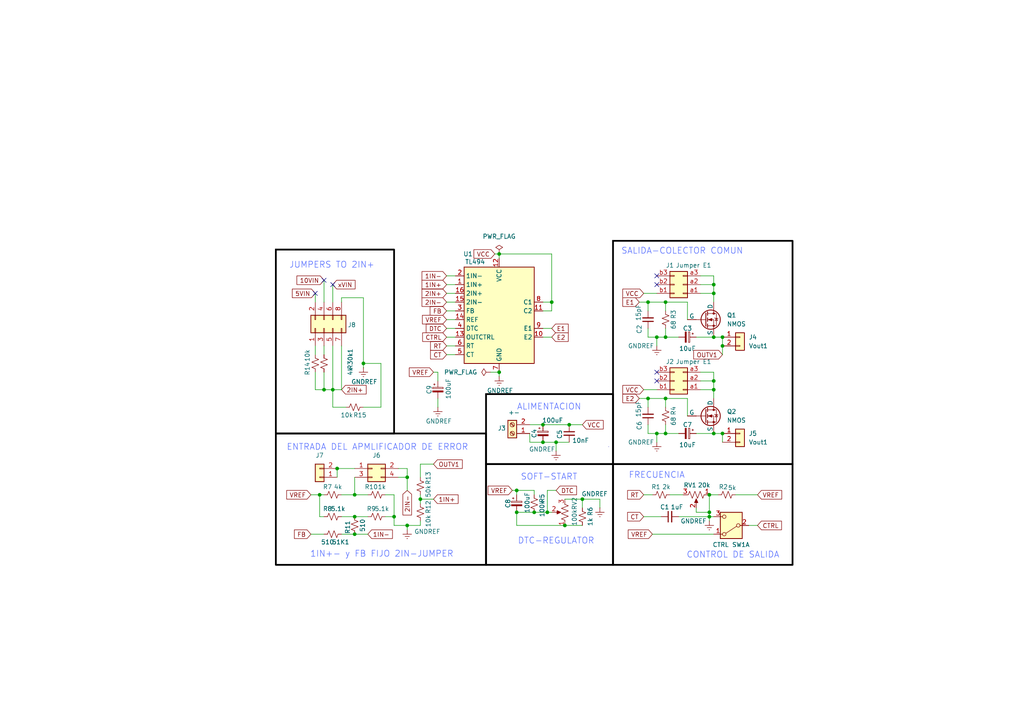
<source format=kicad_sch>
(kicad_sch (version 20231120) (generator "eeschema") (generator_version "8.0")
  (paper "A4")
  (lib_symbols
    (symbol "Connector:Screw_Terminal_01x02" (pin_names (offset 1.016) hide)
      (property "Reference" "J" (at 0 2.54 0))
      (property "Value" "Screw_Terminal_01x02" (at 0 -5.08 0))
      (symbol "Screw_Terminal_01x02_1_1"
        (rectangle (start -1.27 1.27) (end 1.27 -3.81) (stroke (width 0.254)) (fill (type background)))
        (circle (center 0 -2.54) (radius 0.635) (stroke (width 0.1524)))
        (polyline (pts (xy -0.5334 -2.2098) (xy 0.3302 -3.048)) (stroke (width 0.1524)))
        (polyline (pts (xy -0.5334 0.3302) (xy 0.3302 -0.508)) (stroke (width 0.1524)))
        (polyline (pts (xy -0.3556 -2.032) (xy 0.508 -2.8702)) (stroke (width 0.1524)))
        (polyline (pts (xy -0.3556 0.508) (xy 0.508 -0.3302)) (stroke (width 0.1524)))
        (circle (center 0 0) (radius 0.635) (stroke (width 0.1524)))
        (pin passive line (at -5.08 0 0) (length 3.81) (name "Pin_1") (number "1"))
        (pin passive line (at -5.08 -2.54 0) (length 3.81) (name "Pin_2") (number "2"))
      )
    )
    (symbol "Connector_Generic:Conn_01x02" (pin_names (offset 1.016) hide)
      (property "Reference" "J" (at 0 2.54 0))
      (property "Value" "Conn_01x02" (at 0 -5.08 0))
      (symbol "Conn_01x02_1_1"
        (rectangle (start -1.27 -2.413) (end 0 -2.667) (stroke (width 0.1524)))
        (rectangle (start -1.27 0.127) (end 0 -0.127) (stroke (width 0.1524)))
        (rectangle (start -1.27 1.27) (end 1.27 -3.81) (stroke (width 0.254)) (fill (type background)))
        (pin passive line (at -5.08 0 0) (length 3.81) (name "Pin_1") (number "1"))
        (pin passive line (at -5.08 -2.54 0) (length 3.81) (name "Pin_2") (number "2"))
      )
    )
    (symbol "Connector_Generic:Conn_02x02_Odd_Even" (pin_names (offset 1.016) hide)
      (property "Reference" "J" (at 1.27 2.54 0))
      (property "Value" "Conn_02x02_Odd_Even" (at 1.27 -5.08 0))
      (symbol "Conn_02x02_Odd_Even_1_1"
        (rectangle (start -1.27 -2.413) (end 0 -2.667) (stroke (width 0.1524)))
        (rectangle (start -1.27 0.127) (end 0 -0.127) (stroke (width 0.1524)))
        (rectangle (start -1.27 1.27) (end 3.81 -3.81) (stroke (width 0.254)) (fill (type background)))
        (rectangle (start 3.81 -2.413) (end 2.54 -2.667) (stroke (width 0.1524)))
        (rectangle (start 3.81 0.127) (end 2.54 -0.127) (stroke (width 0.1524)))
        (pin passive line (at -5.08 0 0) (length 3.81) (name "Pin_1") (number "1"))
        (pin passive line (at 7.62 0 180) (length 3.81) (name "Pin_2") (number "2"))
        (pin passive line (at -5.08 -2.54 0) (length 3.81) (name "Pin_3") (number "3"))
        (pin passive line (at 7.62 -2.54 180) (length 3.81) (name "Pin_4") (number "4"))
      )
    )
    (symbol "Connector_Generic:Conn_02x03_Row_Letter_First" (pin_names (offset 1.016) hide)
      (property "Reference" "J" (at 1.27 5.08 0))
      (property "Value" "Conn_02x03_Row_Letter_First" (at 1.27 -5.08 0))
      (symbol "Conn_02x03_Row_Letter_First_1_1"
        (rectangle (start -1.27 -2.413) (end 0 -2.667) (stroke (width 0.1524)))
        (rectangle (start -1.27 0.127) (end 0 -0.127) (stroke (width 0.1524)))
        (rectangle (start -1.27 2.667) (end 0 2.413) (stroke (width 0.1524)))
        (rectangle (start -1.27 3.81) (end 3.81 -3.81) (stroke (width 0.254)) (fill (type background)))
        (rectangle (start 3.81 -2.413) (end 2.54 -2.667) (stroke (width 0.1524)))
        (rectangle (start 3.81 0.127) (end 2.54 -0.127) (stroke (width 0.1524)))
        (rectangle (start 3.81 2.667) (end 2.54 2.413) (stroke (width 0.1524)))
        (pin passive line (at -5.08 2.54 0) (length 3.81) (name "Pin_a1") (number "a1"))
        (pin passive line (at -5.08 0 0) (length 3.81) (name "Pin_a2") (number "a2"))
        (pin passive line (at -5.08 -2.54 0) (length 3.81) (name "Pin_a3") (number "a3"))
        (pin passive line (at 7.62 2.54 180) (length 3.81) (name "Pin_b1") (number "b1"))
        (pin passive line (at 7.62 0 180) (length 3.81) (name "Pin_b2") (number "b2"))
        (pin passive line (at 7.62 -2.54 180) (length 3.81) (name "Pin_b3") (number "b3"))
      )
    )
    (symbol "Connector_Generic:Conn_02x04_Odd_Even" (pin_names (offset 1.016) hide)
      (property "Reference" "J" (at 1.27 5.08 0))
      (property "Value" "Conn_02x04_Odd_Even" (at 1.27 -7.62 0))
      (symbol "Conn_02x04_Odd_Even_1_1"
        (rectangle (start -1.27 -4.953) (end 0 -5.207) (stroke (width 0.1524)))
        (rectangle (start -1.27 -2.413) (end 0 -2.667) (stroke (width 0.1524)))
        (rectangle (start -1.27 0.127) (end 0 -0.127) (stroke (width 0.1524)))
        (rectangle (start -1.27 2.667) (end 0 2.413) (stroke (width 0.1524)))
        (rectangle (start -1.27 3.81) (end 3.81 -6.35) (stroke (width 0.254)) (fill (type background)))
        (rectangle (start 3.81 -4.953) (end 2.54 -5.207) (stroke (width 0.1524)))
        (rectangle (start 3.81 -2.413) (end 2.54 -2.667) (stroke (width 0.1524)))
        (rectangle (start 3.81 0.127) (end 2.54 -0.127) (stroke (width 0.1524)))
        (rectangle (start 3.81 2.667) (end 2.54 2.413) (stroke (width 0.1524)))
        (pin passive line (at -5.08 2.54 0) (length 3.81) (name "Pin_1") (number "1"))
        (pin passive line (at 7.62 2.54 180) (length 3.81) (name "Pin_2") (number "2"))
        (pin passive line (at -5.08 0 0) (length 3.81) (name "Pin_3") (number "3"))
        (pin passive line (at 7.62 0 180) (length 3.81) (name "Pin_4") (number "4"))
        (pin passive line (at -5.08 -2.54 0) (length 3.81) (name "Pin_5") (number "5"))
        (pin passive line (at 7.62 -2.54 180) (length 3.81) (name "Pin_6") (number "6"))
        (pin passive line (at -5.08 -5.08 0) (length 3.81) (name "Pin_7") (number "7"))
        (pin passive line (at 7.62 -5.08 180) (length 3.81) (name "Pin_8") (number "8"))
      )
    )
    (symbol "Device:C_Polarized_Small" (pin_numbers hide) (pin_names (offset 0.254) hide)
      (property "Reference" "C" (at 0.254 1.778 0))
      (property "Value" "C_Polarized_Small" (at 0.254 -2.032 0))
      (symbol "C_Polarized_Small_0_1"
        (rectangle (start -1.524 -0.3048) (end 1.524 -0.6858) (fill (type outline)))
        (rectangle (start -1.524 0.6858) (end 1.524 0.3048))
        (polyline (pts (xy -1.27 1.524) (xy -0.762 1.524)))
        (polyline (pts (xy -1.016 1.27) (xy -1.016 1.778)))
      )
      (symbol "C_Polarized_Small_1_1"
        (pin passive line (at 0 2.54 270) (length 1.8542) (name "~") (number "1"))
        (pin passive line (at 0 -2.54 90) (length 1.8542) (name "~") (number "2"))
      )
    )
    (symbol "Device:C_Small" (pin_numbers hide) (pin_names (offset 0.254) hide)
      (property "Reference" "C" (at 0.254 1.778 0))
      (property "Value" "C_Small" (at 0.254 -2.032 0))
      (symbol "C_Small_0_1"
        (polyline (pts (xy -1.524 -0.508) (xy 1.524 -0.508)) (stroke (width 0.3302)))
        (polyline (pts (xy -1.524 0.508) (xy 1.524 0.508)) (stroke (width 0.3048)))
      )
      (symbol "C_Small_1_1"
        (pin passive line (at 0 2.54 270) (length 2.032) (name "~") (number "1"))
        (pin passive line (at 0 -2.54 90) (length 2.032) (name "~") (number "2"))
      )
    )
    (symbol "Device:R_Potentiometer_US" (pin_names (offset 1.016) hide)
      (property "Reference" "RV" (at -4.445 0 90))
      (property "Value" "R_Potentiometer_US" (at -2.54 0 90))
      (symbol "R_Potentiometer_US_0_1"
        (polyline (pts (xy 0 -2.286) (xy 0 -2.54)))
        (polyline (pts (xy 0 2.54) (xy 0 2.286)))
        (polyline (pts (xy 2.54 0) (xy 1.524 0)))
        (polyline (pts (xy 1.143 0) (xy 2.286 0.508) (xy 2.286 -0.508) (xy 1.143 0)) (fill (type outline)))
        (polyline (pts (xy 0 -0.762) (xy 1.016 -1.143) (xy 0 -1.524) (xy -1.016 -1.905) (xy 0 -2.286)))
        (polyline (pts (xy 0 0.762) (xy 1.016 0.381) (xy 0 0) (xy -1.016 -0.381) (xy 0 -0.762)))
        (polyline (pts (xy 0 2.286) (xy 1.016 1.905) (xy 0 1.524) (xy -1.016 1.143) (xy 0 0.762)))
      )
      (symbol "R_Potentiometer_US_1_1"
        (pin passive line (at 0 3.81 270) (length 1.27) (name "1") (number "1"))
        (pin passive line (at 3.81 0 180) (length 1.27) (name "2") (number "2"))
        (pin passive line (at 0 -3.81 90) (length 1.27) (name "3") (number "3"))
      )
    )
    (symbol "Device:R_Small_US" (pin_numbers hide) (pin_names (offset 0.254) hide)
      (property "Reference" "R" (at 0.762 0.508 0))
      (property "Value" "R_Small_US" (at 0.762 -1.016 0))
      (symbol "R_Small_US_1_1"
        (polyline (pts (xy 0 0) (xy 1.016 -0.381) (xy 0 -0.762) (xy -1.016 -1.143) (xy 0 -1.524)))
        (polyline (pts (xy 0 1.524) (xy 1.016 1.143) (xy 0 0.762) (xy -1.016 0.381) (xy 0 0)))
        (pin passive line (at 0 2.54 270) (length 1.016) (name "~") (number "1"))
        (pin passive line (at 0 -2.54 90) (length 1.016) (name "~") (number "2"))
      )
    )
    (symbol "Regulator_Controller:TL494"
      (property "Reference" "U" (at 3.81 19.05 0))
      (property "Value" "TL494" (at 3.81 16.51 0))
      (symbol "TL494_0_1"
        (rectangle (start -10.16 -12.7) (end 10.16 15.24) (stroke (width 0.254)) (fill (type background)))
      )
      (symbol "TL494_1_1"
        (pin input line (at -12.7 10.16 0) (length 2.54) (name "1IN+") (number "1"))
        (pin passive line (at 12.7 -5.08 180) (length 2.54) (name "E2") (number "10"))
        (pin passive line (at 12.7 2.54 180) (length 2.54) (name "C2") (number "11"))
        (pin power_in line (at 0 17.78 270) (length 2.54) (name "VCC") (number "12"))
        (pin input line (at -12.7 -5.08 0) (length 2.54) (name "OUTCTRL") (number "13"))
        (pin power_out line (at -12.7 0 0) (length 2.54) (name "REF") (number "14"))
        (pin input line (at -12.7 5.08 0) (length 2.54) (name "2IN-") (number "15"))
        (pin input line (at -12.7 7.62 0) (length 2.54) (name "2IN+") (number "16"))
        (pin input line (at -12.7 12.7 0) (length 2.54) (name "1IN-") (number "2"))
        (pin output line (at -12.7 2.54 0) (length 2.54) (name "FB") (number "3"))
        (pin input line (at -12.7 -2.54 0) (length 2.54) (name "DTC") (number "4"))
        (pin passive line (at -12.7 -10.16 0) (length 2.54) (name "CT") (number "5"))
        (pin passive line (at -12.7 -7.62 0) (length 2.54) (name "RT") (number "6"))
        (pin power_in line (at 0 -15.24 90) (length 2.54) (name "GND") (number "7"))
        (pin passive line (at 12.7 5.08 180) (length 2.54) (name "C1") (number "8"))
        (pin passive line (at 12.7 -2.54 180) (length 2.54) (name "E1") (number "9"))
      )
    )
    (symbol "Simulation_SPICE:NMOS" (pin_numbers hide) (pin_names (offset 0))
      (property "Reference" "Q" (at 5.08 1.27 0))
      (property "Value" "NMOS" (at 5.08 -1.27 0))
      (symbol "NMOS_0_1"
        (polyline (pts (xy 0.254 0) (xy -2.54 0)))
        (polyline (pts (xy 0.254 1.905) (xy 0.254 -1.905)) (stroke (width 0.254)))
        (polyline (pts (xy 0.762 -1.27) (xy 0.762 -2.286)) (stroke (width 0.254)))
        (polyline (pts (xy 0.762 0.508) (xy 0.762 -0.508)) (stroke (width 0.254)))
        (polyline (pts (xy 0.762 2.286) (xy 0.762 1.27)) (stroke (width 0.254)))
        (polyline (pts (xy 2.54 2.54) (xy 2.54 1.778)))
        (polyline (pts (xy 2.54 -2.54) (xy 2.54 0) (xy 0.762 0)))
        (polyline (pts (xy 0.762 -1.778) (xy 3.302 -1.778) (xy 3.302 1.778) (xy 0.762 1.778)))
        (polyline (pts (xy 1.016 0) (xy 2.032 0.381) (xy 2.032 -0.381) (xy 1.016 0)) (fill (type outline)))
        (polyline (pts (xy 2.794 0.508) (xy 2.921 0.381) (xy 3.683 0.381) (xy 3.81 0.254)))
        (polyline (pts (xy 3.302 0.381) (xy 2.921 -0.254) (xy 3.683 -0.254) (xy 3.302 0.381)))
        (circle (center 1.651 0) (radius 2.794) (stroke (width 0.254)))
        (circle (center 2.54 -1.778) (radius 0.254) (fill (type outline)))
        (circle (center 2.54 1.778) (radius 0.254) (fill (type outline)))
      )
      (symbol "NMOS_1_1"
        (pin passive line (at 2.54 5.08 270) (length 2.54) (name "D") (number "1"))
        (pin input line (at -5.08 0 0) (length 2.54) (name "G") (number "2"))
        (pin passive line (at 2.54 -5.08 90) (length 2.54) (name "S") (number "3"))
      )
    )
    (symbol "Switch:SW_DPDT_x2" (pin_names (offset 0) hide)
      (property "Reference" "SW" (at 0 5.08 0))
      (property "Value" "SW_DPDT_x2" (at 0 -5.08 0))
      (symbol "SW_DPDT_x2_0_0"
        (circle (center -2.032 0) (radius 0.508))
        (circle (center 2.032 -2.54) (radius 0.508))
      )
      (symbol "SW_DPDT_x2_0_1"
        (rectangle (start -3.175 3.81) (end 3.175 -3.81) (stroke (width 0.254)) (fill (type background)))
        (polyline (pts (xy -1.524 0.254) (xy 1.5748 2.286)))
        (circle (center 2.032 2.54) (radius 0.508))
      )
      (symbol "SW_DPDT_x2_1_1"
        (pin passive line (at 5.08 2.54 180) (length 2.54) (name "A") (number "1"))
        (pin passive line (at -5.08 0 0) (length 2.54) (name "B") (number "2"))
        (pin passive line (at 5.08 -2.54 180) (length 2.54) (name "C") (number "3"))
      )
      (symbol "SW_DPDT_x2_2_1"
        (pin passive line (at 5.08 2.54 180) (length 2.54) (name "A") (number "4"))
        (pin passive line (at -5.08 0 0) (length 2.54) (name "B") (number "5"))
        (pin passive line (at 5.08 -2.54 180) (length 2.54) (name "C") (number "6"))
      )
    )
    (symbol "power:GNDREF" (power) (pin_numbers hide) (pin_names (offset 0) hide)
      (property "Value" "GNDREF" (at 0 -3.81 0))
      (symbol "GNDREF_0_1"
        (polyline (pts (xy -0.635 -1.905) (xy 0.635 -1.905)))
        (polyline (pts (xy -0.127 -2.54) (xy 0.127 -2.54)))
        (polyline (pts (xy 0 -1.27) (xy 0 0)))
        (polyline (pts (xy 1.27 -1.27) (xy -1.27 -1.27)))
      )
      (symbol "GNDREF_1_1"
        (pin power_in line (at 0 0 270) (length 0) (name "~") (number "1"))
      )
    )
    (symbol "power:PWR_FLAG" (power) (pin_numbers hide) (pin_names (offset 0) hide)
      (property "Value" "PWR_FLAG" (at 0 3.81 0))
      (symbol "PWR_FLAG_0_0"
        (pin power_out line (at 0 0 90) (length 0) (name "~") (number "1"))
      )
      (symbol "PWR_FLAG_0_1"
        (polyline (pts (xy 0 0) (xy 0 1.27) (xy -1.016 1.905) (xy 0 2.54) (xy 1.016 1.905) (xy 0 1.27)))
      )
    )
  )
  (junction (at 190.5 97.79))
  (junction (at 207.01 82.55))
  (junction (at 121.92 144.78))
  (junction (at 207.01 85.09))
  (junction (at 187.96 115.57))
  (junction (at 93.98 113.03))
  (junction (at 163.83 152.4))
  (junction (at 92.71 143.51))
  (junction (at 193.04 87.63))
  (junction (at 205.74 149.86))
  (junction (at 205.74 143.51))
  (junction (at 97.79 135.89))
  (junction (at 161.29 128.27))
  (junction (at 190.5 125.73))
  (junction (at 114.3 149.86))
  (junction (at 207.01 110.49))
  (junction (at 158.75 148.59))
  (junction (at 102.87 143.51))
  (junction (at 102.87 149.86))
  (junction (at 160.02 87.63))
  (junction (at 96.52 113.03))
  (junction (at 207.01 125.73))
  (junction (at 102.87 154.94))
  (junction (at 209.55 97.79))
  (junction (at 187.96 87.63))
  (junction (at 165.1 123.19))
  (junction (at 118.11 152.4))
  (junction (at 149.86 148.59))
  (junction (at 157.48 128.27))
  (junction (at 193.04 125.73))
  (junction (at 144.78 107.95))
  (junction (at 193.04 97.79))
  (junction (at 105.41 105.41))
  (junction (at 207.01 97.79))
  (junction (at 157.48 123.19))
  (junction (at 193.04 115.57))
  (junction (at 168.91 144.78))
  (junction (at 205.74 148.59))
  (junction (at 154.94 148.59))
  (junction (at 207.01 113.03))
  (junction (at 209.55 100.33))
  (junction (at 118.11 138.43))
  (junction (at 144.78 73.66))
  (junction (at 209.55 125.73))
  (junction (at 149.86 142.24))
  (no_connect (at 91.44 85.09))
  (no_connect (at 190.5 80.01))
  (no_connect (at 93.98 81.28))
  (no_connect (at 190.5 82.55))
  (no_connect (at 190.5 107.95))
  (no_connect (at 190.5 110.49))
  (no_connect (at 96.52 82.55))
  (wire (pts (xy 149.86 148.59) (xy 154.94 148.59)))
  (wire (pts (xy 205.74 149.86) (xy 207.01 149.86)))
  (wire (pts (xy 196.85 149.86) (xy 205.74 149.86)))
  (wire (pts (xy 99.06 154.94) (xy 102.87 154.94)))
  (wire (pts (xy 160.02 73.66) (xy 160.02 87.63)))
  (wire (pts (xy 207.01 80.01) (xy 207.01 82.55)))
  (wire (pts (xy 121.92 134.62) (xy 125.73 134.62)))
  (wire (pts (xy 96.52 82.55) (xy 96.52 87.63)))
  (wire (pts (xy 127 107.95) (xy 127 110.49)))
  (wire (pts (xy 91.44 100.33) (xy 91.44 102.87)))
  (wire (pts (xy 129.54 95.25) (xy 132.08 95.25)))
  (wire (pts (xy 193.04 125.73) (xy 196.85 125.73)))
  (wire (pts (xy 187.96 125.73) (xy 190.5 125.73)))
  (wire (pts (xy 92.71 143.51) (xy 93.98 143.51)))
  (wire (pts (xy 205.74 149.86) (xy 205.74 151.13)))
  (wire (pts (xy 144.78 73.66) (xy 144.78 74.93)))
  (wire (pts (xy 168.91 144.78) (xy 168.91 147.32)))
  (wire (pts (xy 199.39 92.71) (xy 199.39 87.63)))
  (wire (pts (xy 93.98 81.28) (xy 93.98 87.63)))
  (wire (pts (xy 114.3 143.51) (xy 114.3 149.86)))
  (wire (pts (xy 207.01 107.95) (xy 203.2 107.95)))
  (wire (pts (xy 205.74 143.51) (xy 208.28 143.51)))
  (wire (pts (xy 93.98 113.03) (xy 96.52 113.03)))
  (wire (pts (xy 187.96 90.17) (xy 187.96 87.63)))
  (wire (pts (xy 91.44 85.09) (xy 91.44 87.63)))
  (wire (pts (xy 173.99 144.78) (xy 168.91 144.78)))
  (wire (pts (xy 111.76 143.51) (xy 114.3 143.51)))
  (wire (pts (xy 115.57 138.43) (xy 118.11 138.43)))
  (wire (pts (xy 213.36 143.51) (xy 219.71 143.51)))
  (wire (pts (xy 148.59 142.24) (xy 149.86 142.24)))
  (wire (pts (xy 190.5 125.73) (xy 190.5 128.27)))
  (wire (pts (xy 157.48 87.63) (xy 160.02 87.63)))
  (wire (pts (xy 93.98 149.86) (xy 92.71 149.86)))
  (wire (pts (xy 157.48 90.17) (xy 160.02 90.17)))
  (wire (pts (xy 129.54 92.71) (xy 132.08 92.71)))
  (wire (pts (xy 193.04 123.19) (xy 193.04 125.73)))
  (wire (pts (xy 205.74 149.86) (xy 205.74 148.59)))
  (wire (pts (xy 187.96 95.25) (xy 187.96 97.79)))
  (wire (pts (xy 186.69 113.03) (xy 190.5 113.03)))
  (wire (pts (xy 118.11 138.43) (xy 118.11 142.24)))
  (wire (pts (xy 154.94 148.59) (xy 158.75 148.59)))
  (wire (pts (xy 118.11 135.89) (xy 118.11 138.43)))
  (wire (pts (xy 193.04 95.25) (xy 193.04 97.79)))
  (wire (pts (xy 203.2 85.09) (xy 207.01 85.09)))
  (wire (pts (xy 127 115.57) (xy 127 118.11)))
  (wire (pts (xy 157.48 97.79) (xy 160.02 97.79)))
  (wire (pts (xy 207.01 82.55) (xy 207.01 85.09)))
  (wire (pts (xy 153.67 128.27) (xy 157.48 128.27)))
  (wire (pts (xy 203.2 82.55) (xy 207.01 82.55)))
  (wire (pts (xy 207.01 125.73) (xy 209.55 125.73)))
  (wire (pts (xy 102.87 154.94) (xy 106.68 154.94)))
  (wire (pts (xy 99.06 87.63) (xy 99.06 86.36)))
  (wire (pts (xy 193.04 97.79) (xy 196.85 97.79)))
  (wire (pts (xy 209.55 100.33) (xy 209.55 102.87)))
  (wire (pts (xy 163.83 152.4) (xy 168.91 152.4)))
  (wire (pts (xy 96.52 118.11) (xy 96.52 113.03)))
  (wire (pts (xy 96.52 113.03) (xy 99.06 113.03)))
  (wire (pts (xy 92.71 149.86) (xy 92.71 143.51)))
  (wire (pts (xy 93.98 154.94) (xy 90.17 154.94)))
  (wire (pts (xy 97.79 135.89) (xy 102.87 135.89)))
  (wire (pts (xy 207.01 107.95) (xy 207.01 110.49)))
  (wire (pts (xy 187.96 87.63) (xy 193.04 87.63)))
  (wire (pts (xy 201.93 147.32) (xy 201.93 148.59)))
  (wire (pts (xy 209.55 125.73) (xy 209.55 128.27)))
  (wire (pts (xy 115.57 135.89) (xy 118.11 135.89)))
  (wire (pts (xy 114.3 152.4) (xy 118.11 152.4)))
  (wire (pts (xy 114.3 149.86) (xy 114.3 152.4)))
  (wire (pts (xy 186.69 143.51) (xy 189.23 143.51)))
  (wire (pts (xy 205.74 148.59) (xy 205.74 143.51)))
  (wire (pts (xy 105.41 105.41) (xy 105.41 106.68)))
  (wire (pts (xy 201.93 148.59) (xy 205.74 148.59)))
  (wire (pts (xy 91.44 113.03) (xy 93.98 113.03)))
  (wire (pts (xy 110.49 118.11) (xy 110.49 105.41)))
  (wire (pts (xy 102.87 149.86) (xy 106.68 149.86)))
  (wire (pts (xy 129.54 85.09) (xy 132.08 85.09)))
  (wire (pts (xy 99.06 143.51) (xy 102.87 143.51)))
  (wire (pts (xy 149.86 142.24) (xy 154.94 142.24)))
  (wire (pts (xy 93.98 100.33) (xy 93.98 102.87)))
  (wire (pts (xy 193.04 87.63) (xy 193.04 90.17)))
  (wire (pts (xy 143.51 73.66) (xy 144.78 73.66)))
  (wire (pts (xy 203.2 110.49) (xy 207.01 110.49)))
  (wire (pts (xy 160.02 87.63) (xy 160.02 90.17)))
  (wire (pts (xy 207.01 97.79) (xy 209.55 97.79)))
  (wire (pts (xy 187.96 97.79) (xy 190.5 97.79)))
  (wire (pts (xy 207.01 110.49) (xy 207.01 113.03)))
  (wire (pts (xy 129.54 82.55) (xy 132.08 82.55)))
  (wire (pts (xy 129.54 102.87) (xy 132.08 102.87)))
  (wire (pts (xy 91.44 107.95) (xy 91.44 113.03)))
  (wire (pts (xy 207.01 113.03) (xy 207.01 115.57)))
  (wire (pts (xy 201.93 97.79) (xy 207.01 97.79)))
  (wire (pts (xy 190.5 97.79) (xy 190.5 100.33)))
  (wire (pts (xy 129.54 100.33) (xy 132.08 100.33)))
  (wire (pts (xy 90.17 143.51) (xy 92.71 143.51)))
  (wire (pts (xy 129.54 87.63) (xy 132.08 87.63)))
  (wire (pts (xy 105.41 118.11) (xy 110.49 118.11)))
  (wire (pts (xy 153.67 123.19) (xy 157.48 123.19)))
  (wire (pts (xy 193.04 115.57) (xy 193.04 118.11)))
  (wire (pts (xy 186.69 85.09) (xy 190.5 85.09)))
  (wire (pts (xy 187.96 118.11) (xy 187.96 115.57)))
  (wire (pts (xy 187.96 115.57) (xy 193.04 115.57)))
  (wire (pts (xy 217.17 152.4) (xy 219.71 152.4)))
  (wire (pts (xy 129.54 90.17) (xy 132.08 90.17)))
  (wire (pts (xy 121.92 151.13) (xy 121.92 152.4)))
  (wire (pts (xy 111.76 149.86) (xy 114.3 149.86)))
  (wire (pts (xy 110.49 105.41) (xy 105.41 105.41)))
  (wire (pts (xy 161.29 142.24) (xy 158.75 142.24)))
  (wire (pts (xy 102.87 138.43) (xy 102.87 143.51)))
  (wire (pts (xy 190.5 97.79) (xy 193.04 97.79)))
  (wire (pts (xy 121.92 152.4) (xy 118.11 152.4)))
  (wire (pts (xy 185.42 87.63) (xy 187.96 87.63)))
  (wire (pts (xy 199.39 120.65) (xy 199.39 115.57)))
  (wire (pts (xy 100.33 118.11) (xy 96.52 118.11)))
  (wire (pts (xy 163.83 144.78) (xy 168.91 144.78)))
  (wire (pts (xy 189.23 154.94) (xy 207.01 154.94)))
  (wire (pts (xy 144.78 73.66) (xy 160.02 73.66)))
  (wire (pts (xy 157.48 128.27) (xy 161.29 128.27)))
  (wire (pts (xy 99.06 86.36) (xy 105.41 86.36)))
  (wire (pts (xy 207.01 80.01) (xy 203.2 80.01)))
  (wire (pts (xy 161.29 128.27) (xy 161.29 130.81)))
  (wire (pts (xy 161.29 128.27) (xy 165.1 128.27)))
  (wire (pts (xy 209.55 97.79) (xy 209.55 100.33)))
  (wire (pts (xy 187.96 123.19) (xy 187.96 125.73)))
  (wire (pts (xy 97.79 135.89) (xy 97.79 138.43)))
  (wire (pts (xy 194.31 143.51) (xy 198.12 143.51)))
  (wire (pts (xy 144.78 109.22) (xy 144.78 107.95)))
  (wire (pts (xy 158.75 142.24) (xy 158.75 148.59)))
  (wire (pts (xy 165.1 123.19) (xy 168.91 123.19)))
  (wire (pts (xy 153.67 125.73) (xy 153.67 128.27)))
  (wire (pts (xy 157.48 123.19) (xy 165.1 123.19)))
  (wire (pts (xy 118.11 152.4) (xy 118.11 153.67)))
  (wire (pts (xy 201.93 125.73) (xy 207.01 125.73)))
  (wire (pts (xy 129.54 97.79) (xy 132.08 97.79)))
  (wire (pts (xy 99.06 100.33) (xy 99.06 113.03)))
  (wire (pts (xy 199.39 115.57) (xy 193.04 115.57)))
  (wire (pts (xy 125.73 107.95) (xy 127 107.95)))
  (wire (pts (xy 173.99 147.32) (xy 173.99 144.78)))
  (wire (pts (xy 157.48 95.25) (xy 160.02 95.25)))
  (wire (pts (xy 203.2 113.03) (xy 207.01 113.03)))
  (wire (pts (xy 163.83 152.4) (xy 149.86 152.4)))
  (wire (pts (xy 102.87 143.51) (xy 106.68 143.51)))
  (wire (pts (xy 121.92 144.78) (xy 125.73 144.78)))
  (wire (pts (xy 96.52 100.33) (xy 96.52 113.03)))
  (wire (pts (xy 186.69 149.86) (xy 191.77 149.86)))
  (wire (pts (xy 99.06 149.86) (xy 102.87 149.86)))
  (wire (pts (xy 129.54 80.01) (xy 132.08 80.01)))
  (wire (pts (xy 190.5 125.73) (xy 193.04 125.73)))
  (wire (pts (xy 142.24 107.95) (xy 144.78 107.95)))
  (wire (pts (xy 185.42 115.57) (xy 187.96 115.57)))
  (wire (pts (xy 93.98 107.95) (xy 93.98 113.03)))
  (wire (pts (xy 158.75 148.59) (xy 160.02 148.59)))
  (wire (pts (xy 154.94 142.24) (xy 154.94 143.51)))
  (wire (pts (xy 121.92 144.78) (xy 121.92 146.05)))
  (wire (pts (xy 149.86 152.4) (xy 149.86 148.59)))
  (wire (pts (xy 121.92 138.43) (xy 121.92 134.62)))
  (wire (pts (xy 149.86 142.24) (xy 149.86 143.51)))
  (wire (pts (xy 121.92 143.51) (xy 121.92 144.78)))
  (wire (pts (xy 199.39 87.63) (xy 193.04 87.63)))
  (wire (pts (xy 105.41 86.36) (xy 105.41 105.41)))
  (wire (pts (xy 207.01 85.09) (xy 207.01 87.63)))
  (rectangle (start 177.8 69.85) (end 229.87 134.62) (stroke (width 0.508) (color 0 0 0 1)))
  (rectangle (start 140.97 114.3) (end 177.8 134.62) (stroke (width 0.508) (color 0 0 0 1)))
  (rectangle (start 80.01 125.73) (end 140.97 163.83) (stroke (width 0.508) (color 0 0 0 1)))
  (rectangle (start 140.97 134.62) (end 177.8 163.83) (stroke (width 0.508) (color 0 0 0 1)))
  (rectangle (start 176.53 129.54) (end 176.53 129.54))
  (rectangle (start 80.01 72.39) (end 114.3 125.73) (stroke (width 0.508) (color 0 0 0 1)))
  (rectangle (start 177.8 134.62) (end 229.87 163.83) (stroke (width 0.508) (color 0 0 0 1)))
  (text "ENTRADA DEL APMLIFICADOR DE ERROR\n" (at 109.474 129.794 0) (effects (font (size 1.778 1.778))))
  (text "1IN+- y FB FIJO 2IN-JUMPER" (at 110.744 160.782 0) (effects (font (size 1.778 1.778))))
  (text "JUMPERS TO 2IN+\n" (at 96.266 76.962 0) (effects (font (size 1.778 1.778))))
  (text "SOFT-START\n" (at 159.258 138.43 0) (effects (font (size 1.778 1.778))))
  (text "DTC-REGULATOR\n" (at 161.29 156.972 0) (effects (font (size 1.778 1.778))))
  (text "CONTROL DE SALIDA\n" (at 212.598 161.036 0) (effects (font (size 1.778 1.778))))
  (text "SALIDA-COLECTOR COMUN\n" (at 197.866 72.898 0) (effects (font (size 1.778 1.778))))
  (text "FRECUENCIA" (at 190.5 137.922 0) (effects (font (size 1.778 1.778))))
  (text "ALIMENTACION\n" (at 159.258 118.11 0) (effects (font (size 1.778 1.778))))
  (global_label "VREF" (shape input) (at 148.59 142.24 180) (property "Intersheetrefs" "${INTERSHEET_REFS}" (effects (hide yes))))
  (global_label "E1" (shape input) (at 160.02 95.25 0) (property "Intersheetrefs" "${INTERSHEET_REFS}" (effects (hide yes))))
  (global_label "xVIN" (shape input) (at 96.52 82.55 0) (property "Intersheetrefs" "${INTERSHEET_REFS}" (effects (hide yes))))
  (global_label "VREF" (shape input) (at 219.71 143.51 0) (property "Intersheetrefs" "${INTERSHEET_REFS}" (effects (hide yes))))
  (global_label "1IN-" (shape input) (at 106.68 154.94 0) (property "Intersheetrefs" "${INTERSHEET_REFS}" (effects (hide yes))))
  (global_label "E2" (shape input) (at 185.42 115.57 180) (property "Intersheetrefs" "${INTERSHEET_REFS}" (effects (hide yes))))
  (global_label "VCC" (shape input) (at 143.51 73.66 180) (property "Intersheetrefs" "${INTERSHEET_REFS}" (effects (hide yes))))
  (global_label "VCC" (shape input) (at 186.69 85.09 180) (property "Intersheetrefs" "${INTERSHEET_REFS}" (effects (hide yes))))
  (global_label "OUTV1" (shape input) (at 209.55 102.87 180) (property "Intersheetrefs" "${INTERSHEET_REFS}" (effects (hide yes))))
  (global_label "VREF" (shape input) (at 90.17 143.51 180) (property "Intersheetrefs" "${INTERSHEET_REFS}" (effects (hide yes))))
  (global_label "10VIN" (shape input) (at 93.98 81.28 180) (property "Intersheetrefs" "${INTERSHEET_REFS}" (effects (hide yes))))
  (global_label "VREF" (shape input) (at 125.73 107.95 180) (property "Intersheetrefs" "${INTERSHEET_REFS}" (effects (hide yes))))
  (global_label "E2" (shape input) (at 160.02 97.79 0) (property "Intersheetrefs" "${INTERSHEET_REFS}" (effects (hide yes))))
  (global_label "FB" (shape input) (at 90.17 154.94 180) (property "Intersheetrefs" "${INTERSHEET_REFS}" (effects (hide yes))))
  (global_label "1IN+" (shape input) (at 129.54 82.55 180) (property "Intersheetrefs" "${INTERSHEET_REFS}" (effects (hide yes))))
  (global_label "FB" (shape input) (at 129.54 90.17 180) (property "Intersheetrefs" "${INTERSHEET_REFS}" (effects (hide yes))))
  (global_label "CT" (shape input) (at 186.69 149.86 180) (property "Intersheetrefs" "${INTERSHEET_REFS}" (effects (hide yes))))
  (global_label "DTC" (shape input) (at 161.29 142.24 0) (property "Intersheetrefs" "${INTERSHEET_REFS}" (effects (hide yes))))
  (global_label "CTRL" (shape input) (at 129.54 97.79 180) (property "Intersheetrefs" "${INTERSHEET_REFS}" (effects (hide yes))))
  (global_label "5VIN" (shape input) (at 91.44 85.09 180) (property "Intersheetrefs" "${INTERSHEET_REFS}" (effects (hide yes))))
  (global_label "DTC" (shape input) (at 129.54 95.25 180) (property "Intersheetrefs" "${INTERSHEET_REFS}" (effects (hide yes))))
  (global_label "2IN-" (shape input) (at 118.11 142.24 270) (property "Intersheetrefs" "${INTERSHEET_REFS}" (effects (hide yes))))
  (global_label "1IN+" (shape input) (at 125.73 144.78 0) (property "Intersheetrefs" "${INTERSHEET_REFS}" (effects (hide yes))))
  (global_label "VREF" (shape input) (at 129.54 92.71 180) (property "Intersheetrefs" "${INTERSHEET_REFS}" (effects (hide yes))))
  (global_label "2IN+" (shape input) (at 129.54 85.09 180) (property "Intersheetrefs" "${INTERSHEET_REFS}" (effects (hide yes))))
  (global_label "VREF" (shape input) (at 189.23 154.94 180) (property "Intersheetrefs" "${INTERSHEET_REFS}" (effects (hide yes))))
  (global_label "1IN-" (shape input) (at 129.54 80.01 180) (property "Intersheetrefs" "${INTERSHEET_REFS}" (effects (hide yes))))
  (global_label "E1" (shape input) (at 185.42 87.63 180) (property "Intersheetrefs" "${INTERSHEET_REFS}" (effects (hide yes))))
  (global_label "CT" (shape input) (at 129.54 102.87 180) (property "Intersheetrefs" "${INTERSHEET_REFS}" (effects (hide yes))))
  (global_label "2IN-" (shape input) (at 129.54 87.63 180) (property "Intersheetrefs" "${INTERSHEET_REFS}" (effects (hide yes))))
  (global_label "VCC" (shape input) (at 186.69 113.03 180) (property "Intersheetrefs" "${INTERSHEET_REFS}" (effects (hide yes))))
  (global_label "RT" (shape input) (at 186.69 143.51 180) (property "Intersheetrefs" "${INTERSHEET_REFS}" (effects (hide yes))))
  (global_label "2IN+" (shape input) (at 99.06 113.03 0) (property "Intersheetrefs" "${INTERSHEET_REFS}" (effects (hide yes))))
  (global_label "VCC" (shape input) (at 168.91 123.19 0) (property "Intersheetrefs" "${INTERSHEET_REFS}" (effects (hide yes))))
  (global_label "OUTV1" (shape input) (at 125.73 134.62 0) (property "Intersheetrefs" "${INTERSHEET_REFS}" (effects (hide yes))))
  (global_label "RT" (shape input) (at 129.54 100.33 180) (property "Intersheetrefs" "${INTERSHEET_REFS}" (effects (hide yes))))
  (global_label "CTRL" (shape input) (at 219.71 152.4 0) (property "Intersheetrefs" "${INTERSHEET_REFS}" (effects (hide yes))))
  (symbol (lib_id "Device:C_Polarized_Small") (at 199.39 97.79 270) (unit 1)
    (property "Reference" "C3" (at 199.39 95.25 90))
    (property "Value" "10uF" (at 199.39 101.092 90))
    (property "Footprint" "Capacitor_THT:CP_Radial_D4.0mm_P2.00mm" (effects (hide yes)))
    (property "Description" "Polarized capacitor, small symbol" (effects (hide yes)))
  )
  (symbol (lib_id "Regulator_Controller:TL494") (at 144.78 92.71 0) (unit 1)
    (property "Reference" "U1" (at 134.366 73.66 0) (effects (justify left)))
    (property "Value" "TL494" (at 134.874 75.946 0) (effects (justify left)))
    (property "Footprint" "Package_DIP:DIP-16_W7.62mm_LongPads" (effects (hide yes)))
    (property "Datasheet" "http://www.ti.com/lit/ds/symlink/tl494.pdf" (effects (hide yes)))
    (property "Description" "Pulse-Width-Modulation Control Circuits, PDIP-16/SOIC-16/TSSOP-16" (effects (hide yes)))
  )
  (symbol (lib_id "power:GNDREF") (at 127 118.11 0) (unit 1)
    (property "Reference" "#PWR09" (effects (hide yes)))
    (property "Value" "GNDREF" (at 127.254 122.174 0))
    (property "Description" "Power symbol creates a global label with name \"GNDREF\" , reference supply ground" (effects (hide yes)))
  )
  (symbol (lib_id "Device:R_Small_US") (at 193.04 120.65 0) (unit 1)
    (property "Reference" "R4" (at 195.326 119.126 90))
    (property "Value" "68" (at 195.326 122.174 90))
    (property "Footprint" "Resistor_THT:R_Axial_DIN0207_L6.3mm_D2.5mm_P10.16mm_Horizontal" (effects (hide yes)))
    (property "Description" "Resistor, small US symbol" (effects (hide yes)))
  )
  (symbol (lib_id "Device:R_Small_US") (at 96.52 143.51 90) (unit 1)
    (property "Reference" "R7" (at 94.996 141.224 90))
    (property "Value" "4k" (at 98.044 141.224 90))
    (property "Footprint" "Resistor_THT:R_Axial_DIN0207_L6.3mm_D2.5mm_P10.16mm_Horizontal" (effects (hide yes)))
    (property "Description" "Resistor, small US symbol" (effects (hide yes)))
  )
  (symbol (lib_id "Device:R_Small_US") (at 109.22 143.51 90) (unit 1)
    (property "Reference" "R10" (at 107.696 141.224 90))
    (property "Value" "1k" (at 110.744 141.224 90))
    (property "Footprint" "Resistor_THT:R_Axial_DIN0207_L6.3mm_D2.5mm_P10.16mm_Horizontal" (effects (hide yes)))
    (property "Description" "Resistor, small US symbol" (effects (hide yes)))
  )
  (symbol (lib_id "power:PWR_FLAG") (at 142.24 107.95 90) (unit 1)
    (property "Reference" "#FLG02" (effects (hide yes)))
    (property "Value" "PWR_FLAG" (at 138.43 107.9499 90) (effects (justify left)))
    (property "Description" "Special symbol for telling ERC where power comes from" (effects (hide yes)))
  )
  (symbol (lib_id "Device:R_Small_US") (at 210.82 143.51 90) (unit 1)
    (property "Reference" "R2" (at 209.804 141.224 90))
    (property "Value" "5k" (at 212.344 141.478 90))
    (property "Description" "Resistor, small US symbol" (effects (hide yes)))
  )
  (symbol (lib_id "power:GNDREF") (at 205.74 151.13 0) (unit 1)
    (property "Reference" "#PWR02" (effects (hide yes)))
    (property "Value" "GNDREF" (at 201.168 151.13 0))
    (property "Description" "Power symbol creates a global label with name \"GNDREF\" , reference supply ground" (effects (hide yes)))
  )
  (symbol (lib_id "Device:R_Small_US") (at 91.44 105.41 180) (unit 1)
    (property "Reference" "R14" (at 89.154 106.934 90))
    (property "Value" "10k" (at 89.154 103.124 90))
    (property "Footprint" "Resistor_THT:R_Axial_DIN0207_L6.3mm_D2.5mm_P10.16mm_Horizontal" (effects (hide yes)))
    (property "Description" "Resistor, small US symbol" (effects (hide yes)))
  )
  (symbol (lib_id "Device:R_Small_US") (at 102.87 152.4 180) (unit 1)
    (property "Reference" "R11" (at 100.838 152.908 90))
    (property "Value" "510" (at 105.156 152.4 90))
    (property "Footprint" "Resistor_THT:R_Axial_DIN0207_L6.3mm_D2.5mm_P10.16mm_Horizontal" (effects (hide yes)))
    (property "Description" "Resistor, small US symbol" (effects (hide yes)))
  )
  (symbol (lib_id "Device:R_Small_US") (at 96.52 154.94 270) (unit 1)
    (property "Reference" "51K1" (at 98.806 157.226 90))
    (property "Value" "510" (at 94.996 157.226 90))
    (property "Footprint" "Resistor_THT:R_Axial_DIN0207_L6.3mm_D2.5mm_P10.16mm_Horizontal" (effects (hide yes)))
    (property "Description" "Resistor, small US symbol" (effects (hide yes)))
  )
  (symbol (lib_id "Device:C_Small") (at 165.1 125.73 0) (unit 1)
    (property "Reference" "C5" (at 162.306 125.984 90))
    (property "Value" "10nF" (at 168.402 127.762 0))
    (property "Footprint" "Capacitor_THT:C_Disc_D3.4mm_W2.1mm_P2.50mm" (effects (hide yes)))
    (property "Description" "Unpolarized capacitor, small symbol" (effects (hide yes)))
  )
  (symbol (lib_id "power:GNDREF") (at 144.78 109.22 0) (unit 1)
    (property "Reference" "#PWR01" (effects (hide yes)))
    (property "Value" "GNDREF" (at 145.034 113.284 0))
    (property "Description" "Power symbol creates a global label with name \"GNDREF\" , reference supply ground" (effects (hide yes)))
  )
  (symbol (lib_id "power:GNDREF") (at 190.5 128.27 0) (unit 1)
    (property "Reference" "#PWR05" (effects (hide yes)))
    (property "Value" "GNDREF" (at 185.928 128.27 0))
    (property "Description" "Power symbol creates a global label with name \"GNDREF\" , reference supply ground" (effects (hide yes)))
  )
  (symbol (lib_id "Device:C_Small") (at 187.96 120.65 180) (unit 1)
    (property "Reference" "C6" (at 185.42 123.444 90))
    (property "Value" "15pF" (at 185.166 118.618 90))
    (property "Footprint" "Capacitor_THT:C_Disc_D3.4mm_W2.1mm_P2.50mm" (effects (hide yes)))
    (property "Description" "Unpolarized capacitor, small symbol" (effects (hide yes)))
  )
  (symbol (lib_id "Device:R_Small_US") (at 93.98 105.41 0) (unit 1)
    (property "Reference" "R30k1" (at 101.6 104.14 90))
    (property "Value" "4k" (at 101.6 107.696 90))
    (property "Footprint" "Resistor_THT:R_Axial_DIN0207_L6.3mm_D2.5mm_P10.16mm_Horizontal" (effects (hide yes)))
    (property "Description" "Resistor, small US symbol" (effects (hide yes)))
  )
  (symbol (lib_id "Connector_Generic:Conn_01x02") (at 92.71 138.43 180) (unit 1)
    (property "Reference" "J7" (at 92.71 132.08 0))
    (property "Value" "Vout1" (effects (hide yes)))
    (property "Footprint" "Connector_PinSocket_2.54mm:PinSocket_1x02_P2.54mm_Vertical" (effects (hide yes)))
    (property "Description" "Generic connector, single row, 01x02, script generated (kicad-library-utils/schlib/autogen/connector/)" (effects (hide yes)))
  )
  (symbol (lib_id "Connector_Generic:Conn_02x03_Row_Letter_First") (at 198.12 110.49 180) (unit 1)
    (property "Reference" "J2" (at 194.31 104.902 0))
    (property "Value" "Jumper E1" (at 201.168 104.902 0))
    (property "Footprint" "Connector_PinHeader_2.54mm:PinHeader_2x03_P2.54mm_Vertical" (effects (hide yes)))
    (property "Description" "Generic connector, double row, 02x03, row letter first pin numbering scheme (pin number consists of a letter for the row and a number for the pin index in this row. a1, ..., aN; b1, ..., bN), script generated (kicad-library-utils/schlib/autogen/connector/)" (effects (hide yes)))
  )
  (symbol (lib_id "Device:C_Polarized_Small") (at 157.48 125.73 0) (unit 1)
    (property "Reference" "C4" (at 154.94 125.73 90))
    (property "Value" "100uF" (at 160.274 121.92 0))
    (property "Footprint" "Capacitor_THT:CP_Radial_D4.0mm_P2.00mm" (effects (hide yes)))
    (property "Description" "Polarized capacitor, small symbol" (effects (hide yes)))
  )
  (symbol (lib_id "Switch:SW_DPDT_x2") (at 212.09 152.4 180) (unit 1)
    (property "Reference" "SW1" (at 214.884 157.988 0))
    (property "Value" "CTRL" (at 209.042 157.988 0))
    (property "Footprint" "Connector_PinHeader_2.54mm:PinHeader_1x03_P2.54mm_Vertical" (effects (hide yes)))
    (property "Description" "Switch, dual pole double throw, separate symbols" (effects (hide yes)))
  )
  (symbol (lib_id "Connector_Generic:Conn_02x04_Odd_Even") (at 93.98 95.25 90) (unit 1)
    (property "Reference" "J8" (at 100.838 94.234 90) (effects (justify right)))
    (property "Value" "Conn_02x04_Odd_Even" (effects (hide yes)))
    (property "Footprint" "Connector_PinHeader_2.54mm:PinHeader_2x04_P2.54mm_Vertical" (effects (hide yes)))
    (property "Description" "Generic connector, double row, 02x04, odd/even pin numbering scheme (row 1 odd numbers, row 2 even numbers), script generated (kicad-library-utils/schlib/autogen/connector/)" (effects (hide yes)))
  )
  (symbol (lib_id "Device:C_Small") (at 194.31 149.86 90) (unit 1)
    (property "Reference" "C1" (at 192.786 147.066 90))
    (property "Value" "1uF" (at 196.342 147.066 90))
    (property "Footprint" "Capacitor_THT:C_Disc_D3.4mm_W2.1mm_P2.50mm" (effects (hide yes)))
    (property "Description" "Unpolarized capacitor, small symbol" (effects (hide yes)))
  )
  (symbol (lib_id "Connector_Generic:Conn_02x02_Odd_Even") (at 107.95 135.89 0) (unit 1)
    (property "Reference" "J6" (at 109.22 132.08 0))
    (property "Value" "Conn_02x02_Odd_Even" (effects (hide yes)))
    (property "Footprint" "Connector_PinSocket_2.54mm:PinSocket_2x02_P2.54mm_Vertical" (effects (hide yes)))
    (property "Description" "Generic connector, double row, 02x02, odd/even pin numbering scheme (row 1 odd numbers, row 2 even numbers), script generated (kicad-library-utils/schlib/autogen/connector/)" (effects (hide yes)))
  )
  (symbol (lib_id "Device:R_Small_US") (at 96.52 149.86 90) (unit 1)
    (property "Reference" "R8" (at 94.996 147.574 90))
    (property "Value" "5.1k" (at 98.044 147.574 90))
    (property "Footprint" "Resistor_THT:R_Axial_DIN0207_L6.3mm_D2.5mm_P10.16mm_Horizontal" (effects (hide yes)))
    (property "Description" "Resistor, small US symbol" (effects (hide yes)))
  )
  (symbol (lib_id "Simulation_SPICE:NMOS") (at 204.47 120.65 0) (unit 1)
    (property "Reference" "Q2" (at 210.82 119.3799 0) (effects (justify left)))
    (property "Value" "NMOS" (at 210.82 121.9199 0) (effects (justify left)))
    (property "Footprint" "Package_TO_SOT_THT:TO-247-3_Vertical" (effects (hide yes)))
    (property "Datasheet" "https://ngspice.sourceforge.io/docs/ngspice-html-manual/manual.xhtml#cha_MOSFETs" (effects (hide yes)))
    (property "Description" "N-MOSFET transistor, drain/source/gate" (effects (hide yes)))
    (property "Sim.Device" "NMOS" (effects (hide yes)))
    (property "Sim.Type" "VDMOS" (effects (hide yes)))
    (property "Sim.Pins" "1=D 2=G 3=S" (effects (hide yes)))
  )
  (symbol (lib_id "Device:R_Potentiometer_US") (at 201.93 143.51 270) (unit 1)
    (property "Reference" "RV1" (at 200.152 140.716 90))
    (property "Value" "20k" (at 204.216 140.716 90))
    (property "Footprint" "Potentiometer_THT:Potentiometer_Omeg_PC16BU_Vertical" (effects (hide yes)))
    (property "Description" "Potentiometer, US symbol" (effects (hide yes)))
  )
  (symbol (lib_id "Device:R_Small_US") (at 193.04 92.71 0) (unit 1)
    (property "Reference" "R3" (at 195.326 91.186 90))
    (property "Value" "68" (at 195.326 94.234 90))
    (property "Footprint" "Resistor_THT:R_Axial_DIN0207_L6.3mm_D2.5mm_P10.16mm_Horizontal" (effects (hide yes)))
    (property "Description" "Resistor, small US symbol" (effects (hide yes)))
  )
  (symbol (lib_id "Device:R_Small_US") (at 191.77 143.51 90) (unit 1)
    (property "Reference" "R1" (at 190.246 141.224 90))
    (property "Value" "2k" (at 193.294 141.224 90))
    (property "Footprint" "Resistor_THT:R_Axial_DIN0207_L6.3mm_D2.5mm_P10.16mm_Horizontal" (effects (hide yes)))
    (property "Description" "Resistor, small US symbol" (effects (hide yes)))
  )
  (symbol (lib_id "Device:R_Small_US") (at 109.22 149.86 90) (unit 1)
    (property "Reference" "R9" (at 107.696 147.574 90))
    (property "Value" "5.1k" (at 110.744 147.574 90))
    (property "Footprint" "Resistor_THT:R_Axial_DIN0207_L6.3mm_D2.5mm_P10.16mm_Horizontal" (effects (hide yes)))
    (property "Description" "Resistor, small US symbol" (effects (hide yes)))
  )
  (symbol (lib_id "power:PWR_FLAG") (at 144.78 73.66 0) (unit 1)
    (property "Reference" "#FLG01" (effects (hide yes)))
    (property "Value" "PWR_FLAG" (at 144.78 68.58 0))
    (property "Description" "Special symbol for telling ERC where power comes from" (effects (hide yes)))
  )
  (symbol (lib_id "Connector_Generic:Conn_02x03_Row_Letter_First") (at 198.12 82.55 180) (unit 1)
    (property "Reference" "J1" (at 194.31 76.962 0))
    (property "Value" "Jumper E1" (at 201.168 76.962 0))
    (property "Footprint" "Connector_PinHeader_2.54mm:PinHeader_2x03_P2.54mm_Vertical" (effects (hide yes)))
    (property "Description" "Generic connector, double row, 02x03, row letter first pin numbering scheme (pin number consists of a letter for the row and a number for the pin index in this row. a1, ..., aN; b1, ..., bN), script generated (kicad-library-utils/schlib/autogen/connector/)" (effects (hide yes)))
  )
  (symbol (lib_id "Device:R_Small_US") (at 121.92 140.97 0) (unit 1)
    (property "Reference" "R13" (at 124.206 138.684 90))
    (property "Value" "50k" (at 124.206 142.494 90))
    (property "Footprint" "Resistor_THT:R_Axial_DIN0207_L6.3mm_D2.5mm_P10.16mm_Horizontal" (effects (hide yes)))
    (property "Description" "Resistor, small US symbol" (effects (hide yes)))
  )
  (symbol (lib_id "Connector:Screw_Terminal_01x02") (at 148.59 125.73 180) (unit 1)
    (property "Reference" "J3" (at 145.542 124.206 0))
    (property "Value" "+-" (at 149.098 119.634 0))
    (property "Footprint" "TerminalBlock_4Ucon:TerminalBlock_4Ucon_1x02_P3.50mm_Horizontal" (effects (hide yes)))
    (property "Description" "Generic screw terminal, single row, 01x02, script generated (kicad-library-utils/schlib/autogen/connector/)" (effects (hide yes)))
  )
  (symbol (lib_id "Device:R_Small_US") (at 121.92 148.59 0) (unit 1)
    (property "Reference" "R12" (at 124.206 147.066 90))
    (property "Value" "10k" (at 124.206 151.13 90))
    (property "Footprint" "Resistor_THT:R_Axial_DIN0207_L6.3mm_D2.5mm_P10.16mm_Horizontal" (effects (hide yes)))
    (property "Description" "Resistor, small US symbol" (effects (hide yes)))
  )
  (symbol (lib_id "power:GNDREF") (at 173.99 147.32 0) (unit 1)
    (property "Reference" "#PWR06" (effects (hide yes)))
    (property "Value" "GNDREF" (at 172.466 143.256 0))
    (property "Description" "Power symbol creates a global label with name \"GNDREF\" , reference supply ground" (effects (hide yes)))
  )
  (symbol (lib_id "Device:R_Small_US") (at 102.87 118.11 270) (unit 1)
    (property "Reference" "R15" (at 104.394 120.396 90))
    (property "Value" "10k" (at 100.584 120.396 90))
    (property "Footprint" "Resistor_THT:R_Axial_DIN0207_L6.3mm_D2.5mm_P10.16mm_Horizontal" (effects (hide yes)))
    (property "Description" "Resistor, small US symbol" (effects (hide yes)))
  )
  (symbol (lib_id "Device:C_Polarized_Small") (at 199.39 125.73 270) (unit 1)
    (property "Reference" "C7" (at 199.39 123.19 90))
    (property "Value" "10uF" (at 199.39 129.032 90))
    (property "Footprint" "Capacitor_THT:CP_Radial_D4.0mm_P2.00mm" (effects (hide yes)))
    (property "Description" "Polarized capacitor, small symbol" (effects (hide yes)))
  )
  (symbol (lib_id "Device:R_Small_US") (at 154.94 146.05 0) (unit 1)
    (property "Reference" "R5" (at 157.226 144.526 90))
    (property "Value" "100k" (at 157.226 147.574 90))
    (property "Footprint" "Resistor_THT:R_Axial_DIN0207_L6.3mm_D2.5mm_P10.16mm_Horizontal" (effects (hide yes)))
    (property "Description" "Resistor, small US symbol" (effects (hide yes)))
  )
  (symbol (lib_id "Device:C_Polarized_Small") (at 127 113.03 0) (unit 1)
    (property "Reference" "C9" (at 124.46 113.03 90))
    (property "Value" "100uF" (at 130.048 112.776 90))
    (property "Footprint" "Capacitor_THT:CP_Radial_D4.0mm_P2.00mm" (effects (hide yes)))
    (property "Description" "Polarized capacitor, small symbol" (effects (hide yes)))
  )
  (symbol (lib_id "Device:R_Small_US") (at 168.91 149.86 0) (unit 1)
    (property "Reference" "R6" (at 171.196 148.336 90))
    (property "Value" "1k" (at 171.196 151.384 90))
    (property "Footprint" "Resistor_THT:R_Axial_DIN0207_L6.3mm_D2.5mm_P10.16mm_Horizontal" (effects (hide yes)))
    (property "Description" "Resistor, small US symbol" (effects (hide yes)))
  )
  (symbol (lib_id "power:GNDREF") (at 118.11 153.67 0) (unit 1)
    (property "Reference" "#PWR07" (effects (hide yes)))
    (property "Value" "GNDREF" (at 123.952 154.178 0))
    (property "Description" "Power symbol creates a global label with name \"GNDREF\" , reference supply ground" (effects (hide yes)))
  )
  (symbol (lib_id "power:GNDREF") (at 161.29 130.81 0) (unit 1)
    (property "Reference" "#PWR04" (effects (hide yes)))
    (property "Value" "GNDREF" (at 157.226 130.302 0))
    (property "Description" "Power symbol creates a global label with name \"GNDREF\" , reference supply ground" (effects (hide yes)))
  )
  (symbol (lib_id "Connector_Generic:Conn_01x02") (at 214.63 97.79 0) (unit 1)
    (property "Reference" "J4" (at 217.17 97.7899 0) (effects (justify left)))
    (property "Value" "Vout1" (at 217.17 100.3299 0) (effects (justify left)))
    (property "Footprint" "Connector_PinSocket_2.54mm:PinSocket_1x02_P2.54mm_Vertical" (effects (hide yes)))
    (property "Description" "Generic connector, single row, 01x02, script generated (kicad-library-utils/schlib/autogen/connector/)" (effects (hide yes)))
  )
  (symbol (lib_id "power:GNDREF") (at 190.5 100.33 0) (unit 1)
    (property "Reference" "#PWR03" (effects (hide yes)))
    (property "Value" "GNDREF" (at 185.928 100.33 0))
    (property "Description" "Power symbol creates a global label with name \"GNDREF\" , reference supply ground" (effects (hide yes)))
  )
  (symbol (lib_id "power:GNDREF") (at 105.41 106.68 0) (unit 1)
    (property "Reference" "#PWR08" (effects (hide yes)))
    (property "Value" "GNDREF" (at 105.664 110.744 0))
    (property "Description" "Power symbol creates a global label with name \"GNDREF\" , reference supply ground" (effects (hide yes)))
  )
  (symbol (lib_id "Connector_Generic:Conn_01x02") (at 214.63 125.73 0) (unit 1)
    (property "Reference" "J5" (at 217.17 125.7299 0) (effects (justify left)))
    (property "Value" "Vout1" (at 217.17 128.2699 0) (effects (justify left)))
    (property "Footprint" "Connector_PinSocket_2.54mm:PinSocket_1x02_P2.54mm_Vertical" (effects (hide yes)))
    (property "Description" "Generic connector, single row, 01x02, script generated (kicad-library-utils/schlib/autogen/connector/)" (effects (hide yes)))
  )
  (symbol (lib_id "Device:C_Small") (at 187.96 92.71 180) (unit 1)
    (property "Reference" "C2" (at 185.42 95.504 90))
    (property "Value" "15pF" (at 185.166 90.678 90))
    (property "Footprint" "Capacitor_THT:C_Disc_D3.4mm_W2.1mm_P2.50mm" (effects (hide yes)))
    (property "Description" "Unpolarized capacitor, small symbol" (effects (hide yes)))
  )
  (symbol (lib_id "Device:C_Polarized_Small") (at 149.86 146.05 0) (unit 1)
    (property "Reference" "C8" (at 147.32 146.05 90))
    (property "Value" "100uF" (at 152.908 145.796 90))
    (property "Footprint" "Capacitor_THT:CP_Radial_D4.0mm_P2.00mm" (effects (hide yes)))
    (property "Description" "Polarized capacitor, small symbol" (effects (hide yes)))
  )
  (symbol (lib_id "Device:R_Potentiometer_US") (at 163.83 148.59 180) (unit 1)
    (property "Reference" "RV2" (at 166.624 146.05 90))
    (property "Value" "100k" (at 166.624 150.114 90))
    (property "Footprint" "Potentiometer_THT:Potentiometer_Omeg_PC16BU_Vertical" (effects (hide yes)))
    (property "Description" "Potentiometer, US symbol" (effects (hide yes)))
  )
  (symbol (lib_id "Simulation_SPICE:NMOS") (at 204.47 92.71 0) (unit 1)
    (property "Reference" "Q1" (at 210.82 91.4399 0) (effects (justify left)))
    (property "Value" "NMOS" (at 210.82 93.9799 0) (effects (justify left)))
    (property "Footprint" "Package_TO_SOT_THT:TO-247-3_Vertical" (effects (hide yes)))
    (property "Datasheet" "https://ngspice.sourceforge.io/docs/ngspice-html-manual/manual.xhtml#cha_MOSFETs" (effects (hide yes)))
    (property "Description" "N-MOSFET transistor, drain/source/gate" (effects (hide yes)))
    (property "Sim.Device" "NMOS" (effects (hide yes)))
    (property "Sim.Type" "VDMOS" (effects (hide yes)))
    (property "Sim.Pins" "1=D 2=G 3=S" (effects (hide yes)))
  )
)
</source>
